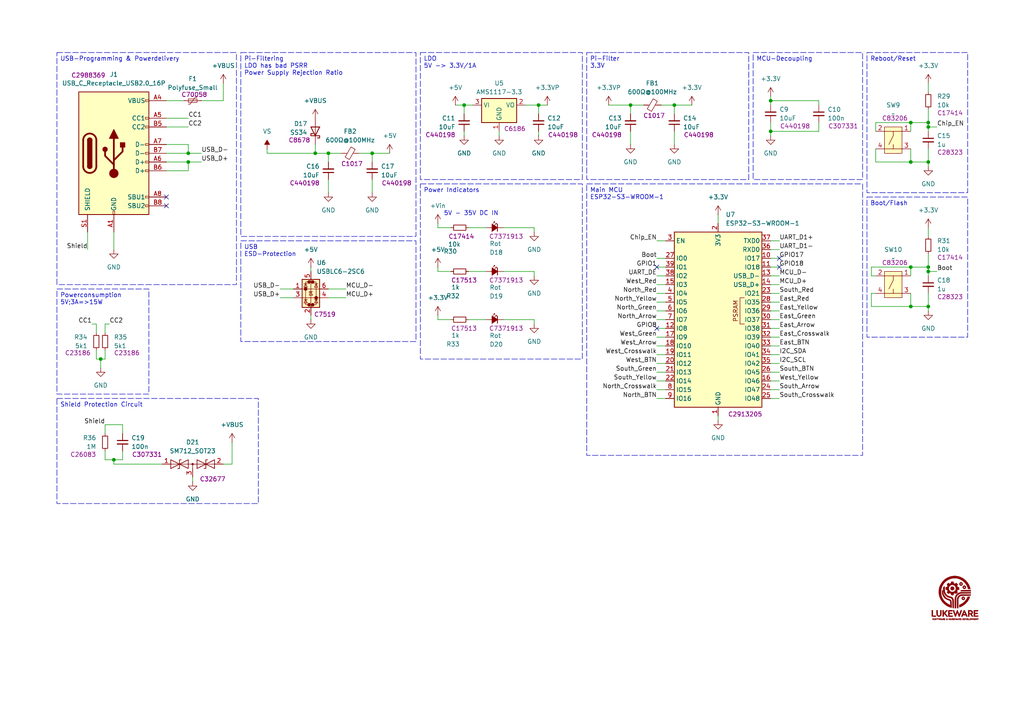
<source format=kicad_sch>
(kicad_sch (version 20231120) (generator "eeschema") (generator_version "8.0")
  (paper "A4")
  (title_block (title "SignalFlowLab") (date "2025-02-26") (rev "V 1.1") (company "LukeWare"))
  (lib_symbols
    (symbol "0_SignalFlowLab:K2-6639SP-C4SC-04"
      (property "Reference" "SW" (at 5.08 7.874 0))
      (property "LCSC" " C83206" (at 0 0 0))
      (symbol "K2-6639SP-C4SC-04_0_0"
        (pin passive line (at 0 0 0) (length 2.54) (name "") (number "1"))
        (pin passive line (at 10.16 0 180) (length 2.54) (name "") (number "2"))
        (pin passive line (at 0 5.08 0) (length 2.54) (name "") (number "3"))
        (pin passive line (at 10.16 5.08 180) (length 2.54) (name "") (number "4"))
      )
    )
    (symbol "0_SignalFlowLab:LOGO" (pin_names (offset 1.016)))
    (symbol "Connector:USB_C_Receptacle_USB2.0_16P" (pin_names (offset 1.016))
      (property "Reference" "J" (at 0 22.225 0))
      (property "Value" "USB_C_Receptacle_USB2.0_16P" (at 0 19.685 0))
      (symbol "USB_C_Receptacle_USB2.0_16P_1_1"
        (pin passive line (at 0 -22.86 90) (length 5.08) (name "GND") (number "A1"))
        (pin passive line (at 0 -22.86 90) (length 5.08) hide (name "GND") (number "A12"))
        (pin passive line (at 15.24 15.24 180) (length 5.08) (name "VBUS") (number "A4"))
        (pin bidirectional line (at 15.24 10.16 180) (length 5.08) (name "CC1") (number "A5"))
        (pin bidirectional line (at 15.24 -2.54 180) (length 5.08) (name "D+") (number "A6"))
        (pin bidirectional line (at 15.24 2.54 180) (length 5.08) (name "D-") (number "A7"))
        (pin bidirectional line (at 15.24 -12.7 180) (length 5.08) (name "SBU1") (number "A8"))
        (pin passive line (at 15.24 15.24 180) (length 5.08) hide (name "VBUS") (number "A9"))
        (pin passive line (at 0 -22.86 90) (length 5.08) hide (name "GND") (number "B1"))
        (pin passive line (at 0 -22.86 90) (length 5.08) hide (name "GND") (number "B12"))
        (pin passive line (at 15.24 15.24 180) (length 5.08) hide (name "VBUS") (number "B4"))
        (pin bidirectional line (at 15.24 7.62 180) (length 5.08) (name "CC2") (number "B5"))
        (pin bidirectional line (at 15.24 -5.08 180) (length 5.08) (name "D+") (number "B6"))
        (pin bidirectional line (at 15.24 0 180) (length 5.08) (name "D-") (number "B7"))
        (pin bidirectional line (at 15.24 -15.24 180) (length 5.08) (name "SBU2") (number "B8"))
        (pin passive line (at 15.24 15.24 180) (length 5.08) hide (name "VBUS") (number "B9"))
        (pin passive line (at -7.62 -22.86 90) (length 5.08) (name "SHIELD") (number "S1"))
      )
    )
    (symbol "Device:C_Small" (pin_numbers hide) (pin_names (offset 0.254) hide)
      (property "Reference" "C" (at 0.254 1.778 0))
      (property "Value" "C_Small" (at 0.254 -2.032 0))
      (symbol "C_Small_1_1"
        (pin passive line (at 0 2.54 270) (length 2.032) (name "~") (number "1"))
        (pin passive line (at 0 -2.54 90) (length 2.032) (name "~") (number "2"))
      )
    )
    (symbol "Device:FerriteBead_Small" (pin_numbers hide) (pin_names (offset 0))
      (property "Reference" "FB" (at 1.905 1.27 0))
      (property "Value" "FerriteBead_Small" (at 1.905 -1.27 0))
      (symbol "FerriteBead_Small_1_1"
        (pin passive line (at 0 2.54 270) (length 1.27) (name "~") (number "1"))
        (pin passive line (at 0 -2.54 90) (length 1.27) (name "~") (number "2"))
      )
    )
    (symbol "Device:LED_Small_Filled" (pin_numbers hide) (pin_names (offset 0.254) hide)
      (property "Reference" "D" (at -1.27 3.175 0))
      (property "Value" "LED_Small_Filled" (at -4.445 -2.54 0))
      (symbol "LED_Small_Filled_1_1"
        (pin passive line (at -2.54 0 0) (length 1.778) (name "K") (number "1"))
        (pin passive line (at 2.54 0 180) (length 1.778) (name "A") (number "2"))
      )
    )
    (symbol "Device:Polyfuse_Small" (pin_numbers hide) (pin_names (offset 0))
      (property "Reference" "F" (at -1.905 0 90))
      (property "Value" "Polyfuse_Small" (at 1.905 0 90))
      (symbol "Polyfuse_Small_1_1"
        (pin passive line (at 0 2.54 270) (length 0.635) (name "~") (number "1"))
        (pin passive line (at 0 -2.54 90) (length 0.635) (name "~") (number "2"))
      )
    )
    (symbol "Device:R_Small" (pin_numbers hide) (pin_names (offset 0.254) hide)
      (property "Reference" "R" (at 0.762 0.508 0))
      (property "Value" "R_Small" (at 0.762 -1.016 0))
      (symbol "R_Small_1_1"
        (pin passive line (at 0 2.54 270) (length 0.762) (name "~") (number "1"))
        (pin passive line (at 0 -2.54 90) (length 0.762) (name "~") (number "2"))
      )
    )
    (symbol "Diode:SM712_SOT23" (pin_names (offset 1.016) hide)
      (property "Reference" "D" (at 0 4.445 0))
      (property "Value" "SM712_SOT23" (at 0 2.54 0))
      (symbol "SM712_SOT23_1_1"
        (pin passive line (at -8.89 0 0) (length 2.54) (name "A1") (number "1"))
        (pin passive line (at 8.89 0 180) (length 2.54) (name "A2") (number "2"))
        (pin input line (at 0 -3.81 90) (length 2.54) (name "common") (number "3"))
      )
    )
    (symbol "Diode:SS34" (pin_numbers hide) (pin_names (offset 1.016) hide)
      (property "Reference" "D" (at 0 2.54 0))
      (property "Value" "SS34" (at 0 -2.54 0))
      (symbol "SS34_1_1"
        (pin passive line (at -3.81 0 0) (length 2.54) (name "K") (number "1"))
        (pin passive line (at 3.81 0 180) (length 2.54) (name "A") (number "2"))
      )
    )
    (symbol "Power_Protection:USBLC6-2SC6" (pin_names hide)
      (property "Reference" "U" (at 0.635 5.715 0))
      (property "Value" "USBLC6-2SC6" (at 0.635 3.81 0))
      (symbol "USBLC6-2SC6_1_1"
        (pin passive line (at -5.08 0 0) (length 2.54) (name "I/O1") (number "1"))
        (pin passive line (at 0 -7.62 90) (length 2.54) (name "GND") (number "2"))
        (pin passive line (at -5.08 -2.54 0) (length 2.54) (name "I/O2") (number "3"))
        (pin passive line (at 5.08 -2.54 180) (length 2.54) (name "I/O2") (number "4"))
        (pin passive line (at 0 5.08 270) (length 2.54) (name "VBUS") (number "5"))
        (pin passive line (at 5.08 0 180) (length 2.54) (name "I/O1") (number "6"))
      )
    )
    (symbol "RF_Module:ESP32-S3-WROOM-1"
      (property "Reference" "U" (at -12.7 26.67 0))
      (property "Value" "ESP32-S3-WROOM-1" (at 12.7 26.67 0))
      (symbol "ESP32-S3-WROOM-1_0_0"
        (text "PSRAM" (at 5.08 2.54 900) (effects (font (size 1.27 1.27))))
      )
      (symbol "ESP32-S3-WROOM-1_1_1"
        (pin power_in line (at 0 -27.94 90) (length 2.54) (name "GND") (number "1"))
        (pin bidirectional line (at 15.24 17.78 180) (length 2.54) (name "IO17") (number "10"))
        (pin bidirectional line (at 15.24 15.24 180) (length 2.54) (name "IO18") (number "11"))
        (pin bidirectional line (at -15.24 -2.54 0) (length 2.54) (name "IO8") (number "12"))
        (pin bidirectional line (at 15.24 12.7 180) (length 2.54) (name "USB_D-") (number "13"))
        (pin bidirectional line (at 15.24 10.16 180) (length 2.54) (name "USB_D+") (number "14"))
        (pin bidirectional line (at -15.24 10.16 0) (length 2.54) (name "IO3") (number "15"))
        (pin bidirectional line (at 15.24 -17.78 180) (length 2.54) (name "IO46") (number "16"))
        (pin bidirectional line (at -15.24 -5.08 0) (length 2.54) (name "IO9") (number "17"))
        (pin bidirectional line (at -15.24 -7.62 0) (length 2.54) (name "IO10") (number "18"))
        (pin bidirectional line (at -15.24 -10.16 0) (length 2.54) (name "IO11") (number "19"))
        (pin power_in line (at 0 27.94 270) (length 2.54) (name "3V3") (number "2"))
        (pin bidirectional line (at -15.24 -12.7 0) (length 2.54) (name "IO12") (number "20"))
        (pin bidirectional line (at -15.24 -15.24 0) (length 2.54) (name "IO13") (number "21"))
        (pin bidirectional line (at -15.24 -17.78 0) (length 2.54) (name "IO14") (number "22"))
        (pin bidirectional line (at 15.24 7.62 180) (length 2.54) (name "IO21") (number "23"))
        (pin bidirectional line (at 15.24 -20.32 180) (length 2.54) (name "IO47") (number "24"))
        (pin bidirectional line (at 15.24 -22.86 180) (length 2.54) (name "IO48") (number "25"))
        (pin bidirectional line (at 15.24 -15.24 180) (length 2.54) (name "IO45") (number "26"))
        (pin bidirectional line (at -15.24 17.78 0) (length 2.54) (name "IO0") (number "27"))
        (pin bidirectional line (at 15.24 5.08 180) (length 2.54) (name "IO35") (number "28"))
        (pin bidirectional line (at 15.24 2.54 180) (length 2.54) (name "IO36") (number "29"))
        (pin input line (at -15.24 22.86 0) (length 2.54) (name "EN") (number "3"))
        (pin bidirectional line (at 15.24 0 180) (length 2.54) (name "IO37") (number "30"))
        (pin bidirectional line (at 15.24 -2.54 180) (length 2.54) (name "IO38") (number "31"))
        (pin bidirectional line (at 15.24 -5.08 180) (length 2.54) (name "IO39") (number "32"))
        (pin bidirectional line (at 15.24 -7.62 180) (length 2.54) (name "IO40") (number "33"))
        (pin bidirectional line (at 15.24 -10.16 180) (length 2.54) (name "IO41") (number "34"))
        (pin bidirectional line (at 15.24 -12.7 180) (length 2.54) (name "IO42") (number "35"))
        (pin bidirectional line (at 15.24 20.32 180) (length 2.54) (name "RXD0") (number "36"))
        (pin bidirectional line (at 15.24 22.86 180) (length 2.54) (name "TXD0") (number "37"))
        (pin bidirectional line (at -15.24 12.7 0) (length 2.54) (name "IO2") (number "38"))
        (pin bidirectional line (at -15.24 15.24 0) (length 2.54) (name "IO1") (number "39"))
        (pin bidirectional line (at -15.24 7.62 0) (length 2.54) (name "IO4") (number "4"))
        (pin passive line (at 0 -27.94 90) (length 2.54) hide (name "GND") (number "40"))
        (pin passive line (at 0 -27.94 90) (length 2.54) hide (name "GND") (number "41"))
        (pin bidirectional line (at -15.24 5.08 0) (length 2.54) (name "IO5") (number "5"))
        (pin bidirectional line (at -15.24 2.54 0) (length 2.54) (name "IO6") (number "6"))
        (pin bidirectional line (at -15.24 0 0) (length 2.54) (name "IO7") (number "7"))
        (pin bidirectional line (at -15.24 -20.32 0) (length 2.54) (name "IO15") (number "8"))
        (pin bidirectional line (at -15.24 -22.86 0) (length 2.54) (name "IO16") (number "9"))
      )
    )
    (symbol "Regulator_Linear:AMS1117-3.3"
      (property "Reference" "U" (at -3.81 3.175 0))
      (property "Value" "AMS1117-3.3" (at 0 3.175 0))
      (symbol "AMS1117-3.3_1_1"
        (pin power_in line (at 0 -7.62 90) (length 2.54) (name "GND") (number "1"))
        (pin power_out line (at 7.62 0 180) (length 2.54) (name "VO") (number "2"))
        (pin power_in line (at -7.62 0 0) (length 2.54) (name "VI") (number "3"))
      )
    )
    (symbol "power:+3.3V" (power) (pin_numbers hide) (pin_names (offset 0) hide)
      (property "Value" "+3.3V" (at 0 3.556 0))
      (symbol "+3.3V_1_1"
        (pin power_in line (at 0 0 90) (length 0) (name "~") (number "1"))
      )
    )
    (symbol "power:+3.3VP" (power) (pin_numbers hide) (pin_names (offset 0) hide)
      (property "Value" "+3.3VP" (at 0 3.556 0))
      (symbol "+3.3VP_0_0"
        (pin power_in line (at 0 0 90) (length 0) (name "~") (number "1"))
      )
    )
    (symbol "power:+5V" (power) (pin_numbers hide) (pin_names (offset 0) hide)
      (property "Value" "+5V" (at 0 3.556 0))
      (symbol "+5V_1_1"
        (pin power_in line (at 0 0 90) (length 0) (name "~") (number "1"))
      )
    )
    (symbol "power:GND" (power) (pin_numbers hide) (pin_names (offset 0) hide)
      (property "Value" "GND" (at 0 -3.81 0))
      (symbol "GND_1_1"
        (pin power_in line (at 0 0 270) (length 0) (name "~") (number "1"))
      )
    )
    (symbol "power:VS" (power) (pin_numbers hide) (pin_names (offset 0) hide)
      (property "Value" "VS" (at 0 3.556 0))
      (symbol "VS_1_1"
        (pin power_in line (at 0 0 90) (length 0) (name "~") (number "1"))
      )
    )
  )
  (junction (at 29.21 104.14))
  (junction (at 264.16 88.9))
  (junction (at 264.16 77.47))
  (junction (at 95.25 44.45))
  (junction (at 269.24 78.74))
  (junction (at 54.61 46.99))
  (junction (at 269.24 88.9))
  (junction (at 264.16 35.56))
  (junction (at 195.58 30.48))
  (junction (at 269.24 35.56))
  (junction (at 223.52 38.1))
  (junction (at 54.61 44.45))
  (junction (at 269.24 36.83))
  (junction (at 269.24 77.47))
  (junction (at 107.95 44.45))
  (junction (at 182.88 30.48))
  (junction (at 264.16 46.99))
  (junction (at 33.02 133.35))
  (junction (at 91.44 44.45))
  (junction (at 269.24 46.99))
  (junction (at 223.52 29.21))
  (junction (at 134.62 30.48))
  (junction (at 156.21 30.48))
  (no_connect (at 226.06 77.47))
  (no_connect (at 226.06 74.93))
  (no_connect (at 190.5 77.47))
  (no_connect (at 48.26 57.15))
  (no_connect (at 190.5 95.25))
  (no_connect (at 48.26 59.69))
  (wire (pts (xy 264.16 80.01) (xy 264.16 77.47)))
  (wire (pts (xy 190.5 85.09) (xy 193.04 85.09)))
  (wire (pts (xy 223.52 100.33) (xy 226.06 100.33)))
  (wire (pts (xy 90.17 91.44) (xy 90.17 92.71)))
  (wire (pts (xy 27.94 101.6) (xy 27.94 104.14)))
  (wire (pts (xy 127 91.44) (xy 127 92.71)))
  (wire (pts (xy 190.5 105.41) (xy 193.04 105.41)))
  (wire (pts (xy 132.08 30.48) (xy 134.62 30.48)))
  (wire (pts (xy 58.42 29.21) (xy 64.77 29.21)))
  (wire (pts (xy 190.5 87.63) (xy 193.04 87.63)))
  (wire (pts (xy 54.61 44.45) (xy 58.42 44.45)))
  (wire (pts (xy 252.73 77.47) (xy 264.16 77.47)))
  (wire (pts (xy 223.52 107.95) (xy 226.06 107.95)))
  (wire (pts (xy 237.49 29.21) (xy 223.52 29.21)))
  (wire (pts (xy 223.52 97.79) (xy 226.06 97.79)))
  (wire (pts (xy 269.24 24.13) (xy 269.24 26.67)))
  (wire (pts (xy 77.47 43.18) (xy 77.47 44.45)))
  (wire (pts (xy 33.02 133.35) (xy 33.02 134.62)))
  (wire (pts (xy 127 78.74) (xy 130.81 78.74)))
  (wire (pts (xy 269.24 77.47) (xy 269.24 78.74)))
  (wire (pts (xy 269.24 36.83) (xy 269.24 38.1)))
  (wire (pts (xy 81.28 86.36) (xy 85.09 86.36)))
  (wire (pts (xy 254 80.01) (xy 252.73 80.01)))
  (wire (pts (xy 54.61 46.99) (xy 58.42 46.99)))
  (wire (pts (xy 91.44 44.45) (xy 95.25 44.45)))
  (wire (pts (xy 223.52 102.87) (xy 226.06 102.87)))
  (wire (pts (xy 48.26 29.21) (xy 53.34 29.21)))
  (wire (pts (xy 99.06 44.45) (xy 95.25 44.45)))
  (wire (pts (xy 269.24 31.75) (xy 269.24 35.56)))
  (wire (pts (xy 254 38.1) (xy 254 35.56)))
  (wire (pts (xy 127 77.47) (xy 127 78.74)))
  (wire (pts (xy 182.88 38.1) (xy 182.88 41.91)))
  (wire (pts (xy 269.24 85.09) (xy 269.24 88.9)))
  (wire (pts (xy 156.21 38.1) (xy 156.21 39.37)))
  (wire (pts (xy 269.24 88.9) (xy 269.24 90.17)))
  (wire (pts (xy 264.16 38.1) (xy 264.16 35.56)))
  (wire (pts (xy 48.26 41.91) (xy 54.61 41.91)))
  (wire (pts (xy 223.52 77.47) (xy 226.06 77.47)))
  (wire (pts (xy 252.73 80.01) (xy 252.73 77.47)))
  (wire (pts (xy 35.56 130.81) (xy 35.56 133.35)))
  (wire (pts (xy 26.67 93.98) (xy 27.94 93.98)))
  (wire (pts (xy 223.52 35.56) (xy 223.52 38.1)))
  (wire (pts (xy 154.94 66.04) (xy 154.94 67.31)))
  (wire (pts (xy 190.5 107.95) (xy 193.04 107.95)))
  (wire (pts (xy 264.16 35.56) (xy 269.24 35.56)))
  (wire (pts (xy 195.58 30.48) (xy 195.58 33.02)))
  (wire (pts (xy 269.24 78.74) (xy 269.24 80.01)))
  (wire (pts (xy 252.73 88.9) (xy 264.16 88.9)))
  (wire (pts (xy 264.16 43.18) (xy 264.16 46.99)))
  (wire (pts (xy 134.62 38.1) (xy 134.62 39.37)))
  (wire (pts (xy 30.48 125.73) (xy 30.48 123.19)))
  (wire (pts (xy 81.28 83.82) (xy 85.09 83.82)))
  (wire (pts (xy 156.21 30.48) (xy 158.75 30.48)))
  (wire (pts (xy 30.48 101.6) (xy 30.48 104.14)))
  (wire (pts (xy 152.4 30.48) (xy 156.21 30.48)))
  (wire (pts (xy 48.26 34.29) (xy 54.61 34.29)))
  (wire (pts (xy 190.5 100.33) (xy 193.04 100.33)))
  (wire (pts (xy 104.14 44.45) (xy 107.95 44.45)))
  (wire (pts (xy 64.77 29.21) (xy 64.77 24.13)))
  (wire (pts (xy 154.94 92.71) (xy 154.94 93.98)))
  (wire (pts (xy 64.77 134.62) (xy 67.31 134.62)))
  (wire (pts (xy 135.89 92.71) (xy 140.97 92.71)))
  (wire (pts (xy 90.17 77.47) (xy 90.17 78.74)))
  (wire (pts (xy 223.52 95.25) (xy 226.06 95.25)))
  (wire (pts (xy 48.26 44.45) (xy 54.61 44.45)))
  (wire (pts (xy 190.5 77.47) (xy 193.04 77.47)))
  (wire (pts (xy 237.49 30.48) (xy 237.49 29.21)))
  (wire (pts (xy 269.24 78.74) (xy 271.78 78.74)))
  (wire (pts (xy 95.25 52.07) (xy 95.25 55.88)))
  (wire (pts (xy 191.77 30.48) (xy 195.58 30.48)))
  (wire (pts (xy 190.5 110.49) (xy 193.04 110.49)))
  (wire (pts (xy 190.5 92.71) (xy 193.04 92.71)))
  (wire (pts (xy 223.52 105.41) (xy 226.06 105.41)))
  (wire (pts (xy 223.52 82.55) (xy 226.06 82.55)))
  (wire (pts (xy 48.26 36.83) (xy 54.61 36.83)))
  (wire (pts (xy 264.16 85.09) (xy 264.16 88.9)))
  (wire (pts (xy 223.52 29.21) (xy 223.52 30.48)))
  (wire (pts (xy 33.02 134.62) (xy 46.99 134.62)))
  (wire (pts (xy 95.25 86.36) (xy 100.33 86.36)))
  (wire (pts (xy 237.49 35.56) (xy 237.49 38.1)))
  (wire (pts (xy 269.24 73.66) (xy 269.24 77.47)))
  (wire (pts (xy 54.61 49.53) (xy 54.61 46.99)))
  (wire (pts (xy 91.44 41.91) (xy 91.44 44.45)))
  (wire (pts (xy 27.94 93.98) (xy 27.94 96.52)))
  (wire (pts (xy 146.05 78.74) (xy 154.94 78.74)))
  (wire (pts (xy 55.88 138.43) (xy 55.88 139.7)))
  (wire (pts (xy 223.52 74.93) (xy 226.06 74.93)))
  (wire (pts (xy 223.52 113.03) (xy 226.06 113.03)))
  (wire (pts (xy 144.78 38.1) (xy 144.78 39.37)))
  (wire (pts (xy 254 43.18) (xy 254 46.99)))
  (wire (pts (xy 254 35.56) (xy 264.16 35.56)))
  (wire (pts (xy 223.52 87.63) (xy 226.06 87.63)))
  (wire (pts (xy 190.5 115.57) (xy 193.04 115.57)))
  (wire (pts (xy 223.52 115.57) (xy 226.06 115.57)))
  (wire (pts (xy 33.02 67.31) (xy 33.02 72.39)))
  (wire (pts (xy 195.58 38.1) (xy 195.58 41.91)))
  (wire (pts (xy 127 66.04) (xy 130.81 66.04)))
  (wire (pts (xy 67.31 134.62) (xy 67.31 128.27)))
  (wire (pts (xy 30.48 123.19) (xy 35.56 123.19)))
  (wire (pts (xy 190.5 69.85) (xy 193.04 69.85)))
  (wire (pts (xy 190.5 90.17) (xy 193.04 90.17)))
  (wire (pts (xy 252.73 85.09) (xy 252.73 88.9)))
  (wire (pts (xy 269.24 36.83) (xy 271.78 36.83)))
  (wire (pts (xy 134.62 30.48) (xy 134.62 33.02)))
  (wire (pts (xy 223.52 85.09) (xy 226.06 85.09)))
  (wire (pts (xy 223.52 90.17) (xy 226.06 90.17)))
  (wire (pts (xy 223.52 92.71) (xy 226.06 92.71)))
  (wire (pts (xy 190.5 74.93) (xy 193.04 74.93)))
  (wire (pts (xy 30.48 93.98) (xy 30.48 96.52)))
  (wire (pts (xy 269.24 35.56) (xy 269.24 36.83)))
  (wire (pts (xy 31.75 93.98) (xy 30.48 93.98)))
  (wire (pts (xy 264.16 77.47) (xy 269.24 77.47)))
  (wire (pts (xy 223.52 27.94) (xy 223.52 29.21)))
  (wire (pts (xy 127 92.71) (xy 130.81 92.71)))
  (wire (pts (xy 223.52 72.39) (xy 226.06 72.39)))
  (wire (pts (xy 135.89 66.04) (xy 140.97 66.04)))
  (wire (pts (xy 254 46.99) (xy 264.16 46.99)))
  (wire (pts (xy 264.16 88.9) (xy 269.24 88.9)))
  (wire (pts (xy 107.95 52.07) (xy 107.95 55.88)))
  (wire (pts (xy 33.02 133.35) (xy 35.56 133.35)))
  (wire (pts (xy 182.88 30.48) (xy 182.88 33.02)))
  (wire (pts (xy 269.24 46.99) (xy 269.24 48.26)))
  (wire (pts (xy 190.5 102.87) (xy 193.04 102.87)))
  (wire (pts (xy 30.48 133.35) (xy 33.02 133.35)))
  (wire (pts (xy 186.69 30.48) (xy 182.88 30.48)))
  (wire (pts (xy 77.47 44.45) (xy 91.44 44.45)))
  (wire (pts (xy 190.5 113.03) (xy 193.04 113.03)))
  (wire (pts (xy 237.49 38.1) (xy 223.52 38.1)))
  (wire (pts (xy 95.25 83.82) (xy 100.33 83.82)))
  (wire (pts (xy 176.53 30.48) (xy 182.88 30.48)))
  (wire (pts (xy 190.5 80.01) (xy 193.04 80.01)))
  (wire (pts (xy 107.95 44.45) (xy 113.03 44.45)))
  (wire (pts (xy 137.16 30.48) (xy 134.62 30.48)))
  (wire (pts (xy 30.48 104.14) (xy 29.21 104.14)))
  (wire (pts (xy 30.48 133.35) (xy 30.48 130.81)))
  (wire (pts (xy 223.52 80.01) (xy 226.06 80.01)))
  (wire (pts (xy 95.25 44.45) (xy 95.25 46.99)))
  (wire (pts (xy 190.5 95.25) (xy 193.04 95.25)))
  (wire (pts (xy 48.26 46.99) (xy 54.61 46.99)))
  (wire (pts (xy 135.89 78.74) (xy 140.97 78.74)))
  (wire (pts (xy 154.94 78.74) (xy 154.94 80.01)))
  (wire (pts (xy 254 85.09) (xy 252.73 85.09)))
  (wire (pts (xy 54.61 41.91) (xy 54.61 44.45)))
  (wire (pts (xy 264.16 46.99) (xy 269.24 46.99)))
  (wire (pts (xy 190.5 82.55) (xy 193.04 82.55)))
  (wire (pts (xy 269.24 43.18) (xy 269.24 46.99)))
  (wire (pts (xy 190.5 97.79) (xy 193.04 97.79)))
  (wire (pts (xy 223.52 38.1) (xy 223.52 39.37)))
  (wire (pts (xy 195.58 30.48) (xy 200.66 30.48)))
  (wire (pts (xy 146.05 66.04) (xy 154.94 66.04)))
  (wire (pts (xy 29.21 104.14) (xy 29.21 106.68)))
  (wire (pts (xy 25.4 67.31) (xy 25.4 72.39)))
  (wire (pts (xy 27.94 104.14) (xy 29.21 104.14)))
  (wire (pts (xy 226.06 69.85) (xy 223.52 69.85)))
  (wire (pts (xy 208.28 120.65) (xy 208.28 121.92)))
  (wire (pts (xy 223.52 110.49) (xy 226.06 110.49)))
  (wire (pts (xy 269.24 66.04) (xy 269.24 68.58)))
  (wire (pts (xy 156.21 30.48) (xy 156.21 33.02)))
  (wire (pts (xy 107.95 44.45) (xy 107.95 46.99)))
  (wire (pts (xy 48.26 49.53) (xy 54.61 49.53)))
  (wire (pts (xy 208.28 62.23) (xy 208.28 64.77)))
  (wire (pts (xy 127 64.77) (xy 127 66.04)))
  (wire (pts (xy 146.05 92.71) (xy 154.94 92.71)))
  (wire (pts (xy 35.56 123.19) (xy 35.56 125.73)))
  (text_box "Pi-Filter\n3.3V" (at 170.18 15.24 0) (size 46.99 36.83) (stroke (width 0) (type dash)) (effects (font (size 1.27 1.27)) (justify left top)))
  (text_box "Reboot/Reset" (at 251.46 15.24 0) (size 29.21 40.64) (stroke (width 0) (type dash)) (effects (font (size 1.27 1.27)) (justify left top)))
  (text_box "Power Indicators" (at 121.92 53.34 0) (size 46.99 50.8) (stroke (width 0) (type dash)) (effects (font (size 1.27 1.27)) (justify left top)))
  (text_box "USB-Programming & Powerdelivery" (at 16.51 15.24 0) (size 52.07 67.31) (stroke (width 0) (type dash)) (effects (font (size 1.27 1.27)) (justify left top)))
  (text_box "Shield Protection Circuit" (at 16.51 115.57 0) (size 58.42 30.48) (stroke (width 0) (type dash)) (effects (font (size 1.27 1.27)) (justify left top)))
  (text_box "MCU-Decoupling" (at 218.44 15.24 0) (size 31.75 36.83) (stroke (width 0) (type dash)) (effects (font (size 1.27 1.27)) (justify left top)))
  (text_box "USB\nESD-Protection" (at 69.85 69.85 0) (size 50.8 29.21) (stroke (width 0) (type dash)) (effects (font (size 1.27 1.27)) (justify left top)))
  (text_box "LDO\n5V -> 3.3V/1A" (at 121.92 15.24 0) (size 46.99 36.83) (stroke (width 0) (type dash)) (effects (font (size 1.27 1.27)) (justify left top)))
  (text_box "Pi-Filtering\nLDO has bad PSRR\nPower Supply Rejection Ratio" (at 69.85 15.24 0) (size 50.8 53.34) (stroke (width 0) (type dash)) (effects (font (size 1.27 1.27)) (justify left top)))
  (text_box "Main MCU\nESP32-S3-WROOM-1" (at 170.18 53.34 0) (size 80.01 78.74) (stroke (width 0) (type dash)) (effects (font (size 1.27 1.27)) (justify left top)))
  (text_box "Powerconsumption\n5V;3A=>15W" (at 16.51 83.82 0) (size 26.67 30.48) (stroke (width 0) (type dash)) (effects (font (size 1.27 1.27)) (justify left top)))
  (text_box "Boot/Flash" (at 251.46 57.15 0) (size 29.21 40.64) (stroke (width 0) (type dash)) (effects (font (size 1.27 1.27)) (justify left top)))
  (text "5V - 35V DC IN" (at 136.652 61.976 0) (effects (font (size 1.27 1.27))))
  (label "South_Crosswalk" (at 226.06 115.57 0))
  (label "North_Crosswalk" (at 190.5 113.03 180))
  (label "USB_D+" (at 58.42 46.99 0))
  (label "South_Red" (at 226.06 85.09 0))
  (label "MCU_D-" (at 100.33 83.82 0))
  (label "MCU_D-" (at 226.06 80.01 0))
  (label "CC1" (at 54.61 34.29 0))
  (label "GPIO18" (at 226.06 77.47 0))
  (label "North_BTN" (at 190.5 115.57 180))
  (label "UART_DE" (at 190.5 80.01 180))
  (label "CC1" (at 26.67 93.98 180))
  (label "MCU_D+" (at 100.33 86.36 0))
  (label "West_Arrow" (at 190.5 100.33 180))
  (label "GPIO17" (at 226.06 74.93 0))
  (label "West_BTN" (at 190.5 105.41 180))
  (label "Chip_EN" (at 190.5 69.85 180))
  (label "North_Arrow" (at 190.5 92.71 180))
  (label "I2C_SDA" (at 226.06 102.87 0))
  (label "South_BTN" (at 226.06 107.95 0))
  (label "UART_D1+" (at 226.06 69.85 0))
  (label "East_Crosswalk" (at 226.06 97.79 0))
  (label "Chip_EN" (at 271.78 36.83 0))
  (label "CC2" (at 54.61 36.83 0))
  (label "GPIO1" (at 190.5 77.47 180))
  (label "Boot" (at 271.78 78.74 0))
  (label "North_Yellow" (at 190.5 87.63 180))
  (label "Boot" (at 190.5 74.93 180))
  (label "South_Green" (at 190.5 107.95 180))
  (label "West_Red" (at 190.5 82.55 180))
  (label "East_Red" (at 226.06 87.63 0))
  (label "West_Green" (at 190.5 97.79 180))
  (label "I2C_SCL" (at 226.06 105.41 0))
  (label "North_Green" (at 190.5 90.17 180))
  (label "Shield" (at 25.4 72.39 180))
  (label "CC2" (at 31.75 93.98 0))
  (label "South_Yellow" (at 190.5 110.49 180))
  (label "South_Arrow" (at 226.06 113.03 0))
  (label "East_Green" (at 226.06 92.71 0))
  (label "USB_D-" (at 58.42 44.45 0))
  (label "MCU_D+" (at 226.06 82.55 0))
  (label "West_Yellow" (at 226.06 110.49 0))
  (label "North_Red" (at 190.5 85.09 180))
  (label "UART_D1-" (at 226.06 72.39 0))
  (label "Shield" (at 30.48 123.19 180))
  (label "USB_D+" (at 81.28 86.36 180))
  (label "East_BTN" (at 226.06 100.33 0))
  (label "USB_D-" (at 81.28 83.82 180))
  (label "East_Yellow" (at 226.06 90.17 0))
  (label "West_Crosswalk" (at 190.5 102.87 180))
  (label "GPIO8" (at 190.5 95.25 180))
  (label "East_Arrow" (at 226.06 95.25 0))
  (symbol (lib_id "Device:LED_Small_Filled") (at 143.51 78.74 0) (mirror y) (unit 1)
    (property "Reference" "D19" (at 141.986 85.9156 0) (effects (justify right)))
    (property "Value" "Rot" (at 141.986 83.3756 0) (effects (justify right)))
    (property "Footprint" "LED_SMD:LED_0805_2012Metric" (effects (hide yes)))
    (property "Description" "Light emitting diode, small symbol, filled shape" (effects (hide yes)))
    (property "LCSC" "C7371913" (at 146.812 81.28 0))
  )
  (symbol (lib_id "power:GND") (at 269.24 90.17 0) (unit 1)
    (property "Reference" "#PWR062" (effects (hide yes)))
    (property "Value" "GND" (at 269.24 95.25 0))
    (property "Description" "Power symbol creates a global label with name \"GND\" , ground" (effects (hide yes)))
  )
  (symbol (lib_id "power:GND") (at 134.62 39.37 0) (unit 1)
    (property "Reference" "#PWR045" (effects (hide yes)))
    (property "Value" "GND" (at 134.62 44.45 0))
    (property "Description" "Power symbol creates a global label with name \"GND\" , ground" (effects (hide yes)))
  )
  (symbol (lib_id "power:+3.3V") (at 269.24 24.13 0) (unit 1)
    (property "Reference" "#PWR060" (effects (hide yes)))
    (property "Value" "+3.3V" (at 269.24 19.05 0))
    (property "Description" "Power symbol creates a global label with name \"+3.3V\"" (effects (hide yes)))
  )
  (symbol (lib_id "Device:FerriteBead_Small") (at 101.6 44.45 90) (unit 1)
    (property "Reference" "FB2" (at 101.5619 38.1 90))
    (property "Value" "600Ω@100MHz" (at 101.5619 40.64 90))
    (property "Footprint" "Inductor_SMD:L_0805_2012Metric" (effects (hide yes)))
    (property "Description" "Ferrite bead, small symbol" (effects (hide yes)))
    (property "LCSC" " C1017" (at 101.6 47.498 90))
  )
  (symbol (lib_id "power:GND") (at 154.94 67.31 0) (unit 1)
    (property "Reference" "#PWR090" (effects (hide yes)))
    (property "Value" "GND" (at 154.94 72.39 0))
    (property "Description" "Power symbol creates a global label with name \"GND\" , ground" (effects (hide yes)))
  )
  (symbol (lib_id "power:+3.3V") (at 208.28 62.23 0) (unit 1)
    (property "Reference" "#PWR058" (effects (hide yes)))
    (property "Value" "+3.3V" (at 208.28 57.15 0))
    (property "Description" "Power symbol creates a global label with name \"+3.3V\"" (effects (hide yes)))
  )
  (symbol (lib_id "power:+3.3V") (at 127 91.44 0) (unit 1)
    (property "Reference" "#PWR080" (effects (hide yes)))
    (property "Value" "+3.3V" (at 127 86.36 0))
    (property "Description" "Power symbol creates a global label with name \"+3.3V\"" (effects (hide yes)))
  )
  (symbol (lib_id "Connector:USB_C_Receptacle_USB2.0_16P") (at 33.02 44.45 0) (unit 1)
    (property "Reference" "J1" (at 33.02 21.59 0))
    (property "Value" "USB_C_Receptacle_USB2.0_16P" (at 33.02 24.13 0))
    (property "Footprint" "Connector_USB:USB_C_Receptacle_G-Switch_GT-USB-7010ASV" (effects (hide yes)))
    (property "Datasheet" "https://www.usb.org/sites/default/files/documents/usb_type-c.zip" (effects (hide yes)))
    (property "Description" "USB 2.0-only 16P Type-C Receptacle connector" (effects (hide yes)))
    (property "LCSC" " C2988369" (at 25.146 21.844 0))
  )
  (symbol (lib_id "Device:C_Small") (at 269.24 82.55 0) (unit 1)
    (property "Reference" "C18" (at 271.78 81.2862 0) (effects (justify left)))
    (property "Value" "1u" (at 271.78 83.8262 0) (effects (justify left)))
    (property "Footprint" "Capacitor_SMD:C_0805_2012Metric" (effects (hide yes)))
    (property "Description" "Unpolarized capacitor, small symbol" (effects (hide yes)))
    (property "LCSC" " C28323" (at 275.082 86.106 0))
  )
  (symbol (lib_id "Device:C_Small") (at 95.25 49.53 0) (mirror x) (unit 1)
    (property "Reference" "C16" (at 92.71 48.2535 0) (effects (justify right)))
    (property "Value" "10uF" (at 92.71 50.7935 0) (effects (justify right)))
    (property "Footprint" "Capacitor_SMD:C_0805_2012Metric" (effects (hide yes)))
    (property "Description" "Unpolarized capacitor, small symbol" (effects (hide yes)))
    (property "LCSC" " C440198" (at 87.884 53.086 0))
  )
  (symbol (lib_id "RF_Module:ESP32-S3-WROOM-1") (at 208.28 92.71 0) (unit 1)
    (property "Reference" "U7" (at 210.4741 62.23 0) (effects (justify left)))
    (property "Value" "ESP32-S3-WROOM-1" (at 210.4741 64.77 0) (effects (justify left)))
    (property "Footprint" "RF_Module:ESP32-S3-WROOM-1" (effects (hide yes)))
    (property "Datasheet" "https://www.espressif.com/sites/default/files/documentation/esp32-s3-wroom-1_wroom-1u_datasheet_en.pdf" (effects (hide yes)))
    (property "Description" "RF Module, ESP32-S3 SoC, Wi-Fi 802.11b/g/n, Bluetooth, BLE, 32-bit, 3.3V, onboard antenna, SMD" (effects (hide yes)))
    (property "LCSC" " C2913205" (at 215.646 120.142 0))
  )
  (symbol (lib_id "power:+3.3VP") (at 158.75 30.48 0) (unit 1)
    (property "Reference" "#PWR054" (effects (hide yes)))
    (property "Value" "+3.3VP" (at 158.75 25.4 0))
    (property "Description" "Power symbol creates a global label with name \"+3.3VP\"" (effects (hide yes)))
  )
  (symbol (lib_id "power:GND") (at 269.24 48.26 0) (unit 1)
    (property "Reference" "#PWR059" (effects (hide yes)))
    (property "Value" "GND" (at 269.24 53.34 0))
    (property "Description" "Power symbol creates a global label with name \"GND\" , ground" (effects (hide yes)))
  )
  (symbol (lib_id "Device:R_Small") (at 30.48 99.06 0) (unit 1)
    (property "Reference" "R35" (at 33.02 97.7899 0) (effects (justify left)))
    (property "Value" "5k1" (at 33.02 100.3299 0) (effects (justify left)))
    (property "Footprint" "Resistor_SMD:R_0603_1608Metric" (effects (hide yes)))
    (property "Description" "Resistor, small symbol" (effects (hide yes)))
    (property "LCSC" " C23186" (at 36.322 102.362 0))
  )
  (symbol (lib_id "Device:R_Small") (at 133.35 78.74 90) (mirror x) (unit 1)
    (property "Reference" "R32" (at 133.35 85.852 90) (effects (justify left)))
    (property "Value" "1k" (at 133.35 83.312 90) (effects (justify left)))
    (property "Footprint" "Resistor_SMD:R_0805_2012Metric" (effects (hide yes)))
    (property "Description" "Resistor, small symbol" (effects (hide yes)))
    (property "LCSC" " C17513" (at 134.112 81.28 90))
  )
  (symbol (lib_id "Device:R_Small") (at 27.94 99.06 0) (mirror y) (unit 1)
    (property "Reference" "R34" (at 25.4 97.7899 0) (effects (justify left)))
    (property "Value" "5k1" (at 25.4 100.3299 0) (effects (justify left)))
    (property "Footprint" "Resistor_SMD:R_0603_1608Metric" (effects (hide yes)))
    (property "Description" "Resistor, small symbol" (effects (hide yes)))
    (property "LCSC" " C23186" (at 22.098 102.362 0))
  )
  (symbol (lib_id "Device:Polyfuse_Small") (at 55.88 29.21 90) (unit 1)
    (property "Reference" "F1" (at 55.88 22.86 90))
    (property "Value" "Polyfuse_Small" (at 55.88 25.4 90))
    (property "Footprint" "Fuse:Fuse_0805_2012Metric" (effects (hide yes)))
    (property "Description" "Resettable fuse, polymeric positive temperature coefficient, small symbol" (effects (hide yes)))
    (property "LCSC" " C70058" (at 55.88 27.432 90))
  )
  (symbol (lib_id "Device:C_Small") (at 182.88 35.56 0) (mirror x) (unit 1)
    (property "Reference" "C13" (at 180.34 34.2835 0) (effects (justify right)))
    (property "Value" "10uF" (at 180.34 36.8235 0) (effects (justify right)))
    (property "Footprint" "Capacitor_SMD:C_0805_2012Metric" (effects (hide yes)))
    (property "Description" "Unpolarized capacitor, small symbol" (effects (hide yes)))
    (property "LCSC" " C440198" (at 175.514 39.116 0))
  )
  (symbol (lib_id "Device:C_Small") (at 223.52 33.02 180) (unit 1)
    (property "Reference" "C9" (at 226.06 31.7435 0) (effects (justify right)))
    (property "Value" "10uF" (at 226.06 34.2835 0) (effects (justify right)))
    (property "Footprint" "Capacitor_SMD:C_0805_2012Metric" (effects (hide yes)))
    (property "Description" "Unpolarized capacitor, small symbol" (effects (hide yes)))
    (property "LCSC" " C440198" (at 230.124 36.576 0))
  )
  (symbol (lib_id "power:+3.3V") (at 223.52 27.94 0) (unit 1)
    (property "Reference" "#PWR056" (effects (hide yes)))
    (property "Value" "+3.3V" (at 223.52 22.86 0))
    (property "Description" "Power symbol creates a global label with name \"+3.3V\"" (effects (hide yes)))
  )
  (symbol (lib_id "power:+5V") (at 64.77 24.13 0) (unit 1)
    (property "Reference" "#PWR05" (effects (hide yes)))
    (property "Value" "+VBUS" (at 64.77 19.05 0))
    (property "Description" "Power symbol creates a global label with name \"+5V\"" (effects (hide yes)))
  )
  (symbol (lib_id "power:+3.3V") (at 269.24 66.04 0) (unit 1)
    (property "Reference" "#PWR061" (effects (hide yes)))
    (property "Value" "+3.3V" (at 269.24 60.96 0))
    (property "Description" "Power symbol creates a global label with name \"+3.3V\"" (effects (hide yes)))
  )
  (symbol (lib_id "Regulator_Linear:AMS1117-3.3") (at 144.78 30.48 0) (unit 1)
    (property "Reference" "U5" (at 144.78 24.13 0))
    (property "Value" "AMS1117-3.3" (at 144.78 26.67 0))
    (property "Footprint" "Package_TO_SOT_SMD:SOT-223-3_TabPin2" (effects (hide yes)))
    (property "Datasheet" "http://www.advanced-monolithic.com/pdf/ds1117.pdf" (effects (hide yes)))
    (property "Description" "1A Low Dropout regulator, positive, 3.3V fixed output, SOT-223" (effects (hide yes)))
    (property "LCSC" " C6186" (at 148.844 37.338 0))
  )
  (symbol (lib_id "power:GND") (at 29.21 106.68 0) (unit 1)
    (property "Reference" "#PWR01" (effects (hide yes)))
    (property "Value" "GND" (at 29.21 111.76 0))
    (property "Description" "Power symbol creates a global label with name \"GND\" , ground" (effects (hide yes)))
  )
  (symbol (lib_id "power:GND") (at 95.25 55.88 0) (unit 1)
    (property "Reference" "#PWR07" (effects (hide yes)))
    (property "Value" "GND" (at 95.25 60.96 0))
    (property "Description" "Power symbol creates a global label with name \"GND\" , ground" (effects (hide yes)))
  )
  (symbol (lib_id "Device:C_Small") (at 269.24 40.64 0) (unit 1)
    (property "Reference" "C15" (at 271.78 39.3762 0) (effects (justify left)))
    (property "Value" "1u" (at 271.78 41.9162 0) (effects (justify left)))
    (property "Footprint" "Capacitor_SMD:C_0805_2012Metric" (effects (hide yes)))
    (property "Description" "Unpolarized capacitor, small symbol" (effects (hide yes)))
    (property "LCSC" " C28323" (at 275.082 44.196 0))
  )
  (symbol (lib_id "power:+5V") (at 91.44 34.29 0) (unit 1)
    (property "Reference" "#PWR09" (effects (hide yes)))
    (property "Value" "+VBUS" (at 91.44 29.21 0))
    (property "Description" "Power symbol creates a global label with name \"+5V\"" (effects (hide yes)))
  )
  (symbol (lib_id "Device:LED_Small_Filled") (at 143.51 92.71 0) (mirror y) (unit 1)
    (property "Reference" "D20" (at 141.986 99.8856 0) (effects (justify right)))
    (property "Value" "Rot" (at 141.986 97.3456 0) (effects (justify right)))
    (property "Footprint" "LED_SMD:LED_0805_2012Metric" (effects (hide yes)))
    (property "Description" "Light emitting diode, small symbol, filled shape" (effects (hide yes)))
    (property "LCSC" "C7371913" (at 146.812 95.25 0))
  )
  (symbol (lib_id "power:GND") (at 55.88 139.7 0) (unit 1)
    (property "Reference" "#PWR04" (effects (hide yes)))
    (property "Value" "GND" (at 55.88 144.78 0))
    (property "Description" "Power symbol creates a global label with name \"GND\" , ground" (effects (hide yes)))
  )
  (symbol (lib_id "power:GND") (at 154.94 93.98 0) (unit 1)
    (property "Reference" "#PWR081" (effects (hide yes)))
    (property "Value" "GND" (at 154.94 99.06 0))
    (property "Description" "Power symbol creates a global label with name \"GND\" , ground" (effects (hide yes)))
  )
  (symbol (lib_id "0_SignalFlowLab:LOGO") (at 276.86 173.99 0) (unit 1)
    (property "Reference" "#G6" (effects (hide yes)))
    (property "Value" "LOGO" (effects (hide yes)))
  )
  (symbol (lib_id "power:GND") (at 154.94 80.01 0) (unit 1)
    (property "Reference" "#PWR082" (effects (hide yes)))
    (property "Value" "GND" (at 154.94 85.09 0))
    (property "Description" "Power symbol creates a global label with name \"GND\" , ground" (effects (hide yes)))
  )
  (symbol (lib_id "Device:LED_Small_Filled") (at 143.51 66.04 0) (mirror y) (unit 1)
    (property "Reference" "D18" (at 141.986 73.2156 0) (effects (justify right)))
    (property "Value" "Rot" (at 141.986 70.6756 0) (effects (justify right)))
    (property "Footprint" "LED_SMD:LED_0805_2012Metric" (effects (hide yes)))
    (property "Description" "Light emitting diode, small symbol, filled shape" (effects (hide yes)))
    (property "LCSC" "C7371913" (at 146.812 68.58 0))
  )
  (symbol (lib_id "power:+5V") (at 127 64.77 0) (unit 1)
    (property "Reference" "#PWR089" (effects (hide yes)))
    (property "Value" "+Vin" (at 127 59.69 0))
    (property "Description" "Power symbol creates a global label with name \"+5V\"" (effects (hide yes)))
  )
  (symbol (lib_id "Device:C_Small") (at 35.56 128.27 0) (unit 1)
    (property "Reference" "C19" (at 38.1 127.0062 0) (effects (justify left)))
    (property "Value" "100n" (at 38.1 129.5462 0) (effects (justify left)))
    (property "Footprint" "Capacitor_SMD:C_0402_1005Metric" (effects (hide yes)))
    (property "Description" "Unpolarized capacitor, small symbol" (effects (hide yes)))
    (property "LCSC" " C307331" (at 42.164 131.826 0))
  )
  (symbol (lib_id "power:GND") (at 223.52 39.37 0) (unit 1)
    (property "Reference" "#PWR057" (effects (hide yes)))
    (property "Value" "GND" (at 223.52 44.45 0))
    (property "Description" "Power symbol creates a global label with name \"GND\" , ground" (effects (hide yes)))
  )
  (symbol (lib_id "power:GND") (at 195.58 41.91 0) (unit 1)
    (property "Reference" "#PWR053" (effects (hide yes)))
    (property "Value" "GND" (at 195.58 46.99 0))
    (property "Description" "Power symbol creates a global label with name \"GND\" , ground" (effects (hide yes)))
  )
  (symbol (lib_id "Diode:SM712_SOT23") (at 55.88 134.62 0) (unit 1)
    (property "Reference" "D21" (at 55.88 128.27 0))
    (property "Value" "SM712_SOT23" (at 55.88 130.81 0))
    (property "Footprint" "Package_TO_SOT_SMD:SOT-23" (effects (hide yes)))
    (property "Datasheet" "https://www.littelfuse.com/~/media/electronics/datasheets/tvs_diode_arrays/littelfuse_tvs_diode_array_sm712_datasheet.pdf.pdf" (effects (hide yes)))
    (property "Description" "7V/12V, 600W Asymmetrical TVS Diode Array, SOT-23" (effects (hide yes)))
    (property "LCSC" " C32677" (at 61.214 138.938 0))
  )
  (symbol (lib_id "Device:R_Small") (at 30.48 128.27 0) (mirror y) (unit 1)
    (property "Reference" "R36" (at 27.94 126.9999 0) (effects (justify left)))
    (property "Value" "1M" (at 27.94 129.5399 0) (effects (justify left)))
    (property "Footprint" "Resistor_SMD:R_0402_1005Metric" (effects (hide yes)))
    (property "Description" "Resistor, small symbol" (effects (hide yes)))
    (property "LCSC" "C26083" (at 24.13 131.826 0))
  )
  (symbol (lib_id "power:+5V") (at 67.31 128.27 0) (unit 1)
    (property "Reference" "#PWR06" (effects (hide yes)))
    (property "Value" "+VBUS" (at 67.31 123.19 0))
    (property "Description" "Power symbol creates a global label with name \"+5V\"" (effects (hide yes)))
  )
  (symbol (lib_id "Device:FerriteBead_Small") (at 189.23 30.48 90) (unit 1)
    (property "Reference" "FB1" (at 189.1919 24.13 90))
    (property "Value" "600Ω@100MHz" (at 189.1919 26.67 90))
    (property "Footprint" "Inductor_SMD:L_0805_2012Metric" (effects (hide yes)))
    (property "Description" "Ferrite bead, small symbol" (effects (hide yes)))
    (property "LCSC" " C1017" (at 189.23 33.528 90))
  )
  (symbol (lib_id "power:+3.3V") (at 200.66 30.48 0) (unit 1)
    (property "Reference" "#PWR049" (effects (hide yes)))
    (property "Value" "+3.3V" (at 200.66 25.4 0))
    (property "Description" "Power symbol creates a global label with name \"+3.3V\"" (effects (hide yes)))
  )
  (symbol (lib_id "0_SignalFlowLab:K2-6639SP-C4SC-04") (at 264.16 38.1 180) (unit 1)
    (property "Reference" "SW9" (at 259.08 30.48 0))
    (property "Value" "~" (at 259.08 33.02 0))
    (property "Footprint" "0_SignalFlowLab:K2-6639SP-C4SC-04" (effects (hide yes)))
    (property "Description" "6mm 5mm Round Button 50mA Standing paste 6mm SPST 100MΩ 1,000,000 Times 250gf 12V SMD Tactile Switches ROHS" (effects (hide yes)))
    (property "LCSC" " C83206" (at 259.08 34.29 0))
  )
  (symbol (lib_id "power:GND") (at 208.28 121.92 0) (unit 1)
    (property "Reference" "#PWR055" (effects (hide yes)))
    (property "Value" "GND" (at 208.28 127 0))
    (property "Description" "Power symbol creates a global label with name \"GND\" , ground" (effects (hide yes)))
  )
  (symbol (lib_id "power:+5V") (at 113.03 44.45 0) (unit 1)
    (property "Reference" "#PWR044" (effects (hide yes)))
    (property "Value" "+5V" (at 113.03 39.37 0))
    (property "Description" "Power symbol creates a global label with name \"+5V\"" (effects (hide yes)))
  )
  (symbol (lib_id "power:+3.3VP") (at 176.53 30.48 0) (unit 1)
    (property "Reference" "#PWR051" (effects (hide yes)))
    (property "Value" "+3.3VP" (at 176.53 25.4 0))
    (property "Description" "Power symbol creates a global label with name \"+3.3VP\"" (effects (hide yes)))
  )
  (symbol (lib_id "Device:C_Small") (at 237.49 33.02 0) (unit 1)
    (property "Reference" "C10" (at 240.03 31.7562 0) (effects (justify left)))
    (property "Value" "100n" (at 240.03 34.2962 0) (effects (justify left)))
    (property "Footprint" "Capacitor_SMD:C_0402_1005Metric" (effects (hide yes)))
    (property "Description" "Unpolarized capacitor, small symbol" (effects (hide yes)))
    (property "LCSC" " C307331" (at 244.094 36.576 0))
  )
  (symbol (lib_id "Device:R_Small") (at 133.35 66.04 90) (unit 1)
    (property "Reference" "R30" (at 132.588 72.898 90) (effects (justify left)))
    (property "Value" "10k" (at 133.604 70.8659 90) (effects (justify left)))
    (property "Footprint" "Resistor_SMD:R_0805_2012Metric" (effects (hide yes)))
    (property "Description" "Resistor, small symbol" (effects (hide yes)))
    (property "LCSC" " C17414" (at 133.35 68.58 90))
  )
  (symbol (lib_id "Device:C_Small") (at 107.95 49.53 180) (unit 1)
    (property "Reference" "C17" (at 110.49 48.2535 0) (effects (justify right)))
    (property "Value" "10uF" (at 110.49 50.7935 0) (effects (justify right)))
    (property "Footprint" "Capacitor_SMD:C_0805_2012Metric" (effects (hide yes)))
    (property "Description" "Unpolarized capacitor, small symbol" (effects (hide yes)))
    (property "LCSC" " C440198" (at 114.554 53.086 0))
  )
  (symbol (lib_id "Diode:SS34") (at 91.44 38.1 270) (mirror x) (unit 1)
    (property "Reference" "D17" (at 89.154 35.8774 90) (effects (justify right)))
    (property "Value" "SS34" (at 89.154 38.4174 90) (effects (justify right)))
    (property "Footprint" "Diode_SMD:D_SMA" (effects (hide yes)))
    (property "Datasheet" "https://www.vishay.com/docs/88751/ss32.pdf" (effects (hide yes)))
    (property "Description" "40V 3A Schottky Diode, SMA" (effects (hide yes)))
    (property "LCSC" " C8678" (at 86.36 40.64 90))
  )
  (symbol (lib_id "power:+5V") (at 127 77.47 0) (unit 1)
    (property "Reference" "#PWR079" (effects (hide yes)))
    (property "Value" "+5V" (at 127 72.39 0))
    (property "Description" "Power symbol creates a global label with name \"+5V\"" (effects (hide yes)))
  )
  (symbol (lib_id "power:GND") (at 156.21 39.37 0) (unit 1)
    (property "Reference" "#PWR046" (effects (hide yes)))
    (property "Value" "GND" (at 156.21 44.45 0))
    (property "Description" "Power symbol creates a global label with name \"GND\" , ground" (effects (hide yes)))
  )
  (symbol (lib_id "power:GND") (at 182.88 41.91 0) (unit 1)
    (property "Reference" "#PWR052" (effects (hide yes)))
    (property "Value" "GND" (at 182.88 46.99 0))
    (property "Description" "Power symbol creates a global label with name \"GND\" , ground" (effects (hide yes)))
  )
  (symbol (lib_id "Device:R_Small") (at 133.35 92.71 90) (mirror x) (unit 1)
    (property "Reference" "R33" (at 133.35 99.822 90) (effects (justify left)))
    (property "Value" "1k" (at 133.35 97.282 90) (effects (justify left)))
    (property "Footprint" "Resistor_SMD:R_0805_2012Metric" (effects (hide yes)))
    (property "Description" "Resistor, small symbol" (effects (hide yes)))
    (property "LCSC" " C17513" (at 134.112 95.25 90))
  )
  (symbol (lib_id "0_SignalFlowLab:K2-6639SP-C4SC-04") (at 264.16 80.01 180) (unit 1)
    (property "Reference" "SW10" (at 259.08 72.39 0))
    (property "Value" "~" (at 259.08 74.93 0))
    (property "Footprint" "0_SignalFlowLab:K2-6639SP-C4SC-04" (effects (hide yes)))
    (property "Description" "6mm 5mm Round Button 50mA Standing paste 6mm SPST 100MΩ 1,000,000 Times 250gf 12V SMD Tactile Switches ROHS" (effects (hide yes)))
    (property "LCSC" " C83206" (at 259.08 76.2 0))
  )
  (symbol (lib_id "power:GND") (at 107.95 55.88 0) (unit 1)
    (property "Reference" "#PWR08" (effects (hide yes)))
    (property "Value" "GND" (at 107.95 60.96 0))
    (property "Description" "Power symbol creates a global label with name \"GND\" , ground" (effects (hide yes)))
  )
  (symbol (lib_id "Device:R_Small") (at 269.24 71.12 0) (unit 1)
    (property "Reference" "R31" (at 271.78 69.8499 0) (effects (justify left)))
    (property "Value" "10k" (at 271.78 72.3899 0) (effects (justify left)))
    (property "Footprint" "Resistor_SMD:R_0805_2012Metric" (effects (hide yes)))
    (property "Description" "Resistor, small symbol" (effects (hide yes)))
    (property "LCSC" " C17414" (at 275.082 74.676 0))
  )
  (symbol (lib_id "power:+5V") (at 90.17 77.47 0) (unit 1)
    (property "Reference" "#PWR050" (effects (hide yes)))
    (property "Value" "+5V" (at 90.17 72.39 0))
    (property "Description" "Power symbol creates a global label with name \"+5V\"" (effects (hide yes)))
  )
  (symbol (lib_id "Device:C_Small") (at 195.58 35.56 180) (unit 1)
    (property "Reference" "C14" (at 198.12 34.2835 0) (effects (justify right)))
    (property "Value" "10uF" (at 198.12 36.8235 0) (effects (justify right)))
    (property "Footprint" "Capacitor_SMD:C_0805_2012Metric" (effects (hide yes)))
    (property "Description" "Unpolarized capacitor, small symbol" (effects (hide yes)))
    (property "LCSC" " C440198" (at 202.184 39.116 0))
  )
  (symbol (lib_id "Device:C_Small") (at 134.62 35.56 0) (mirror x) (unit 1)
    (property "Reference" "C11" (at 132.08 34.2835 0) (effects (justify right)))
    (property "Value" "10uF" (at 132.08 36.8235 0) (effects (justify right)))
    (property "Footprint" "Capacitor_SMD:C_0805_2012Metric" (effects (hide yes)))
    (property "Description" "Unpolarized capacitor, small symbol" (effects (hide yes)))
    (property "LCSC" " C440198" (at 127.254 39.116 0))
  )
  (symbol (lib_id "power:VS") (at 77.47 43.18 0) (unit 1)
    (property "Reference" "#PWR067" (effects (hide yes)))
    (property "Value" "VS" (at 77.47 38.1 0))
    (property "Description" "Power symbol creates a global label with name \"VS\"" (effects (hide yes)))
  )
  (symbol (lib_id "Device:C_Small") (at 156.21 35.56 180) (unit 1)
    (property "Reference" "C12" (at 158.75 34.2835 0) (effects (justify right)))
    (property "Value" "10uF" (at 158.75 36.8235 0) (effects (justify right)))
    (property "Footprint" "Capacitor_SMD:C_0805_2012Metric" (effects (hide yes)))
    (property "Description" "Unpolarized capacitor, small symbol" (effects (hide yes)))
    (property "LCSC" " C440198" (at 162.814 39.116 0))
  )
  (symbol (lib_id "power:GND") (at 144.78 39.37 0) (unit 1)
    (property "Reference" "#PWR047" (effects (hide yes)))
    (property "Value" "GND" (at 144.78 44.45 0))
    (property "Description" "Power symbol creates a global label with name \"GND\" , ground" (effects (hide yes)))
  )
  (symbol (lib_id "Device:R_Small") (at 269.24 29.21 0) (unit 1)
    (property "Reference" "R29" (at 271.78 27.9399 0) (effects (justify left)))
    (property "Value" "10k" (at 271.78 30.4799 0) (effects (justify left)))
    (property "Footprint" "Resistor_SMD:R_0805_2012Metric" (effects (hide yes)))
    (property "Description" "Resistor, small symbol" (effects (hide yes)))
    (property "LCSC" " C17414" (at 275.082 32.766 0))
  )
  (symbol (lib_id "power:+5V") (at 132.08 30.48 0) (unit 1)
    (property "Reference" "#PWR048" (effects (hide yes)))
    (property "Value" "+5V" (at 132.08 25.4 0))
    (property "Description" "Power symbol creates a global label with name \"+5V\"" (effects (hide yes)))
  )
  (symbol (lib_id "power:GND") (at 33.02 72.39 0) (unit 1)
    (property "Reference" "#PWR03" (effects (hide yes)))
    (property "Value" "GND" (at 33.02 77.47 0))
    (property "Description" "Power symbol creates a global label with name \"GND\" , ground" (effects (hide yes)))
  )
  (symbol (lib_id "power:GND") (at 90.17 92.71 0) (unit 1)
    (property "Reference" "#PWR02" (effects (hide yes)))
    (property "Value" "GND" (at 90.17 97.79 0))
    (property "Description" "Power symbol creates a global label with name \"GND\" , ground" (effects (hide yes)))
  )
  (symbol (lib_id "Power_Protection:USBLC6-2SC6") (at 90.17 83.82 0) (unit 1)
    (property "Reference" "U6" (at 91.8211 76.2 0) (effects (justify left)))
    (property "Value" "USBLC6-2SC6" (at 91.8211 78.74 0) (effects (justify left)))
    (property "Footprint" "Package_TO_SOT_SMD:SOT-23-6" (effects (hide yes)))
    (property "Datasheet" "https://www.st.com/resource/en/datasheet/usblc6-2.pdf" (effects (hide yes)))
    (property "Description" "Very low capacitance ESD protection diode, 2 data-line, SOT-23-6" (effects (hide yes)))
    (property "LCSC" "C7519" (at 94.234 91.186 0))
  )
)
</source>
